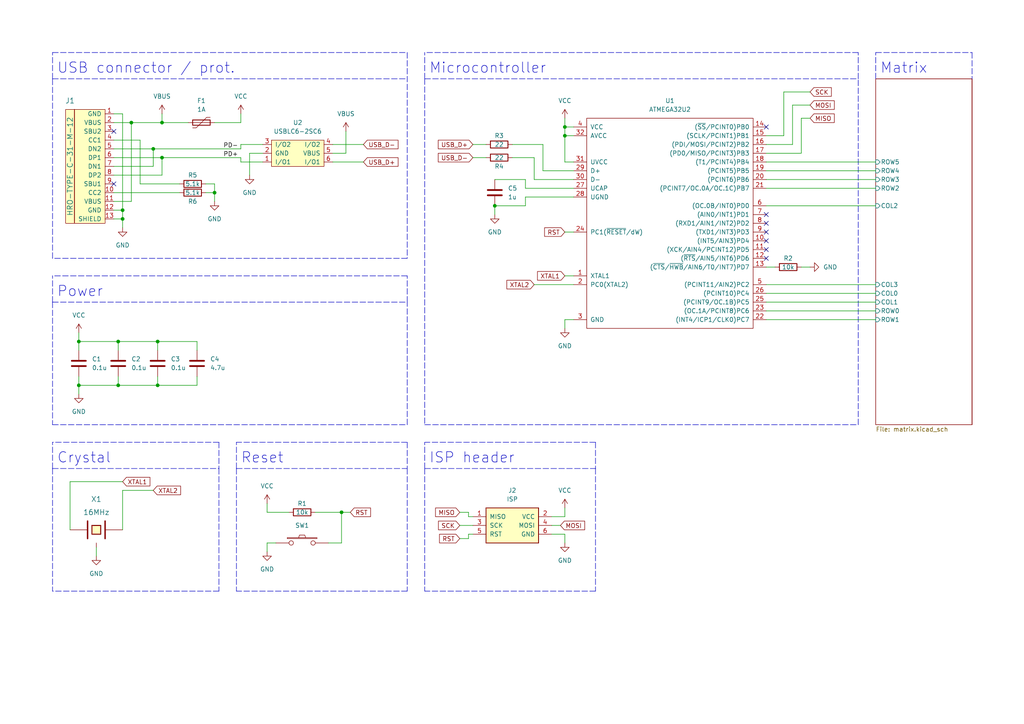
<source format=kicad_sch>
(kicad_sch (version 20211123) (generator eeschema)
  (paper "A4")
  (lib_symbols
    (symbol "Device:C" (pin_numbers hide) (pin_names (offset 0.254))
      (property "Reference" "C" (at 0.635 2.54 0))
      (property "Value" "C" (at 0.635 -2.54 0))
      (symbol "C_0_1"
        (polyline (pts (xy -2.032 -0.762) (xy 2.032 -0.762)) (stroke (width 0.508)))
        (polyline (pts (xy -2.032 0.762) (xy 2.032 0.762)) (stroke (width 0.508)))
      )
      (symbol "C_1_1"
        (pin passive line (at 0 3.81 270) (length 2.794) (name "~") (number "1"))
        (pin passive line (at 0 -3.81 90) (length 2.794) (name "~") (number "2"))
      )
    )
    (symbol "Device:Polyfuse" (pin_numbers hide) (pin_names (offset 0))
      (property "Reference" "F" (at -2.54 0 90))
      (property "Value" "Polyfuse" (at 2.54 0 90))
      (symbol "Polyfuse_0_1"
        (rectangle (start -0.762 2.54) (end 0.762 -2.54) (stroke (width 0.254)))
        (polyline (pts (xy 0 2.54) (xy 0 -2.54)))
        (polyline (pts (xy -1.524 2.54) (xy -1.524 1.524) (xy 1.524 -1.524) (xy 1.524 -2.54)))
      )
      (symbol "Polyfuse_1_1"
        (pin passive line (at 0 3.81 270) (length 1.27) (name "~") (number "1"))
        (pin passive line (at 0 -3.81 90) (length 1.27) (name "~") (number "2"))
      )
    )
    (symbol "Device:R" (pin_numbers hide) (pin_names (offset 0))
      (property "Reference" "R" (at 2.032 0 90))
      (property "Value" "R" (at 0 0 90))
      (symbol "R_0_1"
        (rectangle (start -1.016 -2.54) (end 1.016 2.54) (stroke (width 0.254)))
      )
      (symbol "R_1_1"
        (pin passive line (at 0 3.81 270) (length 1.27) (name "~") (number "1"))
        (pin passive line (at 0 -3.81 90) (length 1.27) (name "~") (number "2"))
      )
    )
    (symbol "Keeb_components:ATMEGA32U2" (pin_names (offset 1.016))
      (property "Reference" "U" (at -24.13 33.02 0))
      (property "Value" "ATMEGA32U2" (at -24.13 -33.02 0))
      (symbol "ATMEGA32U2_0_1"
        (rectangle (start -24.13 30.48) (end 24.13 -30.48))
      )
      (symbol "ATMEGA32U2_1_1"
        (pin input line (at -27.94 -15.24 0) (length 3.81) (name "XTAL1") (number "1"))
        (pin bidirectional line (at 27.94 -5.08 180) (length 3.81) (name "(INT5/AIN3)PD4") (number "10"))
        (pin bidirectional line (at 27.94 -7.62 180) (length 3.81) (name "(XCK/AIN4/PCINT12)PD5") (number "11"))
        (pin bidirectional line (at 27.94 -10.16 180) (length 3.81) (name "(~{RTS}/AIN5/INT6)PD6") (number "12"))
        (pin bidirectional line (at 27.94 -12.7 180) (length 3.81) (name "(~{CTS}/~{HWB}/AIN6/T0/INT7)PD7") (number "13"))
        (pin bidirectional line (at 27.94 27.94 180) (length 3.81) (name "(~{SS}/PCINT0)PB0") (number "14"))
        (pin bidirectional line (at 27.94 25.4 180) (length 3.81) (name "(SCLK/PCINT1)PB1") (number "15"))
        (pin bidirectional line (at 27.94 22.86 180) (length 3.81) (name "(PDI/MOSI/PCINT2)PB2") (number "16"))
        (pin bidirectional line (at 27.94 20.32 180) (length 3.81) (name "(PD0/MISO/PCINT3)PB3") (number "17"))
        (pin bidirectional line (at 27.94 17.78 180) (length 3.81) (name "(T1/PCINT4)PB4") (number "18"))
        (pin bidirectional line (at 27.94 15.24 180) (length 3.81) (name "(PCINT5)PB5") (number "19"))
        (pin bidirectional line (at -27.94 -17.78 0) (length 3.81) (name "PC0(XTAL2)") (number "2"))
        (pin bidirectional line (at 27.94 12.7 180) (length 3.81) (name "(PCINT6)PB6") (number "20"))
        (pin bidirectional line (at 27.94 10.16 180) (length 3.81) (name "(PCINT7/OC.0A/OC.1C)PB7") (number "21"))
        (pin bidirectional line (at 27.94 -27.94 180) (length 3.81) (name "(INT4/ICP1/CLK0)PC7") (number "22"))
        (pin bidirectional line (at 27.94 -25.4 180) (length 3.81) (name "(OC.1A/PCINT8)PC6") (number "23"))
        (pin bidirectional line (at -27.94 -2.54 0) (length 3.81) (name "PC1(~{RESET}/dW)") (number "24"))
        (pin bidirectional line (at 27.94 -22.86 180) (length 3.81) (name "(PCINT9/OC.1B)PC5") (number "25"))
        (pin bidirectional line (at 27.94 -20.32 180) (length 3.81) (name "(PCINT10)PC4") (number "26"))
        (pin passive line (at -27.94 10.16 0) (length 3.81) (name "UCAP") (number "27"))
        (pin power_in line (at -27.94 7.62 0) (length 3.81) (name "UGND") (number "28"))
        (pin bidirectional line (at -27.94 15.24 0) (length 3.81) (name "D+") (number "29"))
        (pin power_in line (at -27.94 -27.94 0) (length 3.81) (name "GND") (number "3"))
        (pin bidirectional line (at -27.94 12.7 0) (length 3.81) (name "D-") (number "30"))
        (pin power_in line (at -27.94 17.78 0) (length 3.81) (name "UVCC") (number "31"))
        (pin power_in line (at -27.94 25.4 0) (length 3.81) (name "AVCC") (number "32"))
        (pin power_in line (at -27.94 27.94 0) (length 3.81) (name "VCC") (number "4"))
        (pin bidirectional line (at 27.94 -17.78 180) (length 3.81) (name "(PCINT11/AIN2)PC2") (number "5"))
        (pin bidirectional line (at 27.94 5.08 180) (length 3.81) (name "(OC.0B/INT0)PD0") (number "6"))
        (pin bidirectional line (at 27.94 2.54 180) (length 3.81) (name "(AIN0/INT1)PD1") (number "7"))
        (pin bidirectional line (at 27.94 0 180) (length 3.81) (name "(RXD1/AIN1/INT2)PD2") (number "8"))
        (pin bidirectional line (at 27.94 -2.54 180) (length 3.81) (name "(TXD1/INT3)PD3") (number "9"))
      )
    )
    (symbol "Keeb_components:HRO-TYPE-C-31-M-12" (pin_names (offset 1.016))
      (property "Reference" "USB" (at -5.08 16.51 0))
      (property "Value" "HRO-TYPE-C-31-M-12" (at -10.16 -1.27 90))
      (symbol "HRO-TYPE-C-31-M-12_0_1"
        (rectangle (start -11.43 15.24) (end -8.89 -17.78) (fill (type background)))
        (rectangle (start 0 -17.78) (end -8.89 15.24) (fill (type background)))
      )
      (symbol "HRO-TYPE-C-31-M-12_1_1"
        (pin input line (at 2.54 13.97 180) (length 2.54) (name "GND") (number "1"))
        (pin input line (at 2.54 -8.89 180) (length 2.54) (name "CC2") (number "10"))
        (pin input line (at 2.54 -11.43 180) (length 2.54) (name "VBUS") (number "11"))
        (pin input line (at 2.54 -13.97 180) (length 2.54) (name "GND") (number "12"))
        (pin input line (at 2.54 -16.51 180) (length 2.54) (name "SHIELD") (number "13"))
        (pin input line (at 2.54 11.43 180) (length 2.54) (name "VBUS") (number "2"))
        (pin input line (at 2.54 8.89 180) (length 2.54) (name "SBU2") (number "3"))
        (pin input line (at 2.54 6.35 180) (length 2.54) (name "CC1") (number "4"))
        (pin input line (at 2.54 3.81 180) (length 2.54) (name "DN2") (number "5"))
        (pin input line (at 2.54 1.27 180) (length 2.54) (name "DP1") (number "6"))
        (pin input line (at 2.54 -1.27 180) (length 2.54) (name "DN1") (number "7"))
        (pin input line (at 2.54 -3.81 180) (length 2.54) (name "DP2") (number "8"))
        (pin input line (at 2.54 -6.35 180) (length 2.54) (name "SBU1") (number "9"))
      )
    )
    (symbol "Keeb_components:ISP_standard" (pin_names (offset 1.016))
      (property "Reference" "J" (at 0 6.35 0))
      (property "Value" "ISP_standard" (at 0 -6.35 0))
      (symbol "ISP_standard_1_1"
        (rectangle (start -7.62 5.08) (end 7.62 -5.08) (stroke (width 0.254)) (fill (type background)))
        (pin passive line (at -11.43 2.54 0) (length 3.81) (name "MISO") (number "1"))
        (pin passive line (at 11.43 2.54 180) (length 3.81) (name "VCC") (number "2"))
        (pin passive line (at -11.43 0 0) (length 3.81) (name "SCK") (number "3"))
        (pin passive line (at 11.43 0 180) (length 3.81) (name "MOSI") (number "4"))
        (pin passive line (at -11.43 -2.54 0) (length 3.81) (name "RST") (number "5"))
        (pin passive line (at 11.43 -2.54 180) (length 3.81) (name "GND") (number "6"))
      )
    )
    (symbol "Keeb_components:SW_PUSH" (pin_numbers hide) (pin_names (offset 1.016) hide)
      (property "Reference" "SW" (at 3.81 2.794 0))
      (property "Value" "SW_PUSH" (at 0 -2.032 0))
      (symbol "SW_PUSH_0_1"
        (rectangle (start -4.318 1.27) (end 4.318 1.524))
        (polyline (pts (xy -1.016 1.524) (xy -0.762 2.286) (xy 0.762 2.286) (xy 1.016 1.524)))
        (pin passive inverted (at -7.62 0 0) (length 5.08) (name "1") (number "1"))
        (pin passive inverted (at 7.62 0 180) (length 5.08) (name "2") (number "2"))
      )
    )
    (symbol "Keeb_components:USBLC6-2SC6" (pin_names (offset 1.016))
      (property "Reference" "D" (at -7.62 5.08 0))
      (property "Value" "USBLC6-2SC6" (at -7.62 -5.08 0))
      (symbol "USBLC6-2SC6_0_0"
        (pin passive line (at -10.16 2.54 0) (length 2.54) (name "I/O1") (number "1"))
        (pin power_in line (at -10.16 0 0) (length 2.54) (name "GND") (number "2"))
        (pin passive line (at -10.16 -2.54 0) (length 2.54) (name "I/O2") (number "3"))
        (pin passive line (at 10.16 -2.54 180) (length 2.54) (name "I/O2") (number "4"))
        (pin power_in line (at 10.16 0 180) (length 2.54) (name "VBUS") (number "5"))
        (pin passive line (at 10.16 2.54 180) (length 2.54) (name "I/O1") (number "6"))
      )
      (symbol "USBLC6-2SC6_0_1"
        (rectangle (start -7.62 3.81) (end 7.62 -3.81) (fill (type background)))
      )
    )
    (symbol "Keeb_components:XTAL_GND" (pin_numbers hide) (pin_names (offset 1.016) hide)
      (property "Reference" "X" (at 0 3.81 0))
      (property "Value" "XTAL_GND" (at 0 -3.81 0))
      (symbol "XTAL_GND_0_1"
        (polyline (pts (xy -2.54 2.54) (xy -2.54 -2.54)) (stroke (width 0.4064)))
        (polyline (pts (xy 2.54 2.54) (xy 2.54 -2.54)) (stroke (width 0.4064)))
        (polyline (pts (xy -1.27 1.27) (xy 1.27 1.27) (xy 1.27 -1.27) (xy -1.27 -1.27) (xy -1.27 1.27)) (stroke (width 0.3048)) (fill (type background)))
      )
      (symbol "XTAL_GND_1_1"
        (pin passive line (at -7.62 0 0) (length 5.08) (name "1") (number "1"))
        (pin passive line (at 7.62 0 180) (length 5.08) (name "2") (number "2"))
        (pin passive line (at 0 -5.08 90) (length 1.27) (name "~") (number "3"))
      )
    )
    (symbol "power:GND" (power) (pin_names (offset 0))
      (property "Value" "GND" (at 0 -3.81 0))
      (symbol "GND_0_1"
        (polyline (pts (xy 0 0) (xy 0 -1.27) (xy 1.27 -1.27) (xy 0 -2.54) (xy -1.27 -1.27) (xy 0 -1.27)))
      )
      (symbol "GND_1_1"
        (pin power_in line (at 0 0 270) (length 0) hide (name "GND") (number "1"))
      )
    )
    (symbol "power:VBUS" (power) (pin_names (offset 0))
      (property "Value" "VBUS" (at 0 3.81 0))
      (symbol "VBUS_0_1"
        (polyline (pts (xy -0.762 1.27) (xy 0 2.54)))
        (polyline (pts (xy 0 0) (xy 0 2.54)))
        (polyline (pts (xy 0 2.54) (xy 0.762 1.27)))
      )
      (symbol "VBUS_1_1"
        (pin power_in line (at 0 0 90) (length 0) hide (name "VBUS") (number "1"))
      )
    )
    (symbol "power:VCC" (power) (pin_names (offset 0))
      (property "Value" "VCC" (at 0 3.81 0))
      (symbol "VCC_0_1"
        (polyline (pts (xy -0.762 1.27) (xy 0 2.54)))
        (polyline (pts (xy 0 0) (xy 0 2.54)))
        (polyline (pts (xy 0 2.54) (xy 0.762 1.27)))
      )
      (symbol "VCC_1_1"
        (pin power_in line (at 0 0 90) (length 0) hide (name "VCC") (number "1"))
      )
    )
  )
  (junction (at 45.72 111.76))
  (junction (at 62.23 55.88))
  (junction (at 22.86 99.06))
  (junction (at 163.83 36.83))
  (junction (at 38.1 35.56))
  (junction (at 44.45 43.18))
  (junction (at 35.56 60.96))
  (junction (at 34.29 99.06))
  (junction (at 163.83 39.37))
  (junction (at 99.06 148.59))
  (junction (at 46.99 45.72))
  (junction (at 143.51 59.69))
  (junction (at 45.72 99.06))
  (junction (at 34.29 111.76))
  (junction (at 22.86 111.76))
  (junction (at 46.99 35.56))
  (junction (at 35.56 63.5))
  (no_connect (at 33.02 53.34))
  (no_connect (at 33.02 38.1))
  (no_connect (at 222.25 36.83))
  (no_connect (at 222.25 74.93))
  (no_connect (at 222.25 72.39))
  (no_connect (at 222.25 69.85))
  (no_connect (at 222.25 67.31))
  (no_connect (at 222.25 64.77))
  (no_connect (at 222.25 62.23))
  (wire (pts (xy 222.25 90.17) (xy 254 90.17)))
  (wire (pts (xy 69.85 43.18) (xy 69.85 41.91)))
  (wire (pts (xy 163.83 154.94) (xy 163.83 157.48)))
  (wire (pts (xy 234.95 77.47) (xy 232.41 77.47)))
  (wire (pts (xy 152.4 54.61) (xy 152.4 52.07)))
  (wire (pts (xy 35.56 33.02) (xy 35.56 60.96)))
  (wire (pts (xy 137.16 45.72) (xy 140.97 45.72)))
  (wire (pts (xy 99.06 148.59) (xy 101.6 148.59)))
  (polyline (pts (xy 123.19 135.89) (xy 123.19 128.27)))
  (wire (pts (xy 152.4 52.07) (xy 143.51 52.07)))
  (wire (pts (xy 40.64 40.64) (xy 40.64 53.34)))
  (wire (pts (xy 57.15 99.06) (xy 57.15 101.6)))
  (polyline (pts (xy 63.5 171.45) (xy 15.24 171.45)))
  (wire (pts (xy 46.99 45.72) (xy 69.85 45.72)))
  (wire (pts (xy 69.85 46.99) (xy 69.85 45.72)))
  (wire (pts (xy 96.52 46.99) (xy 105.41 46.99)))
  (polyline (pts (xy 123.19 135.89) (xy 172.72 135.89)))
  (polyline (pts (xy 68.58 135.89) (xy 68.58 128.27)))
  (wire (pts (xy 33.02 60.96) (xy 35.56 60.96)))
  (wire (pts (xy 99.06 148.59) (xy 99.06 157.48)))
  (wire (pts (xy 163.83 92.71) (xy 163.83 95.25)))
  (wire (pts (xy 34.29 111.76) (xy 45.72 111.76)))
  (wire (pts (xy 22.86 111.76) (xy 34.29 111.76)))
  (polyline (pts (xy 248.92 123.19) (xy 248.92 22.86)))
  (wire (pts (xy 229.87 30.48) (xy 234.95 30.48)))
  (wire (pts (xy 222.25 85.09) (xy 254 85.09)))
  (wire (pts (xy 157.48 49.53) (xy 166.37 49.53)))
  (wire (pts (xy 234.95 34.29) (xy 232.41 34.29)))
  (wire (pts (xy 33.02 58.42) (xy 38.1 58.42)))
  (wire (pts (xy 163.83 39.37) (xy 163.83 46.99)))
  (wire (pts (xy 137.16 149.86) (xy 135.89 149.86)))
  (polyline (pts (xy 118.11 74.93) (xy 15.24 74.93)))
  (polyline (pts (xy 172.72 171.45) (xy 123.19 171.45)))
  (polyline (pts (xy 172.72 135.89) (xy 172.72 171.45)))
  (polyline (pts (xy 123.19 135.89) (xy 123.19 171.45)))
  (wire (pts (xy 22.86 114.3) (xy 22.86 111.76)))
  (wire (pts (xy 96.52 41.91) (xy 105.41 41.91)))
  (polyline (pts (xy 118.11 15.24) (xy 118.11 74.93)))
  (polyline (pts (xy 254 22.86) (xy 254 15.24)))
  (wire (pts (xy 77.47 146.05) (xy 77.47 148.59)))
  (wire (pts (xy 69.85 33.02) (xy 69.85 35.56)))
  (wire (pts (xy 163.83 92.71) (xy 166.37 92.71)))
  (wire (pts (xy 154.94 52.07) (xy 154.94 45.72)))
  (wire (pts (xy 152.4 59.69) (xy 143.51 59.69)))
  (wire (pts (xy 77.47 157.48) (xy 77.47 160.02)))
  (wire (pts (xy 33.02 45.72) (xy 46.99 45.72)))
  (wire (pts (xy 34.29 109.22) (xy 34.29 111.76)))
  (polyline (pts (xy 15.24 22.86) (xy 118.11 22.86)))
  (wire (pts (xy 34.29 99.06) (xy 34.29 101.6)))
  (wire (pts (xy 59.69 55.88) (xy 62.23 55.88)))
  (wire (pts (xy 33.02 50.8) (xy 46.99 50.8)))
  (wire (pts (xy 163.83 46.99) (xy 166.37 46.99)))
  (wire (pts (xy 33.02 43.18) (xy 44.45 43.18)))
  (wire (pts (xy 222.25 41.91) (xy 229.87 41.91)))
  (wire (pts (xy 100.33 44.45) (xy 96.52 44.45)))
  (polyline (pts (xy 118.11 80.01) (xy 15.24 80.01)))
  (polyline (pts (xy 63.5 128.27) (xy 15.24 128.27)))
  (wire (pts (xy 154.94 52.07) (xy 166.37 52.07)))
  (wire (pts (xy 222.25 49.53) (xy 254 49.53)))
  (wire (pts (xy 222.25 87.63) (xy 254 87.63)))
  (wire (pts (xy 20.32 139.7) (xy 20.32 153.67)))
  (wire (pts (xy 45.72 109.22) (xy 45.72 111.76)))
  (polyline (pts (xy 15.24 22.86) (xy 15.24 15.24)))
  (polyline (pts (xy 123.19 22.86) (xy 123.19 15.24)))
  (polyline (pts (xy 15.24 135.89) (xy 15.24 128.27)))
  (polyline (pts (xy 15.24 87.63) (xy 118.11 87.63)))
  (wire (pts (xy 22.86 96.52) (xy 22.86 99.06)))
  (wire (pts (xy 38.1 58.42) (xy 38.1 35.56)))
  (wire (pts (xy 27.94 158.75) (xy 27.94 161.29)))
  (wire (pts (xy 163.83 149.86) (xy 163.83 147.32)))
  (wire (pts (xy 222.25 59.69) (xy 254 59.69)))
  (wire (pts (xy 229.87 41.91) (xy 229.87 30.48)))
  (wire (pts (xy 152.4 57.15) (xy 152.4 59.69)))
  (wire (pts (xy 22.86 99.06) (xy 34.29 99.06)))
  (polyline (pts (xy 118.11 171.45) (xy 68.58 171.45)))
  (wire (pts (xy 163.83 34.29) (xy 163.83 36.83)))
  (wire (pts (xy 35.56 60.96) (xy 35.56 63.5)))
  (polyline (pts (xy 15.24 135.89) (xy 63.5 135.89)))
  (polyline (pts (xy 123.19 22.86) (xy 248.92 22.86)))
  (wire (pts (xy 33.02 33.02) (xy 35.56 33.02)))
  (wire (pts (xy 91.44 148.59) (xy 99.06 148.59)))
  (wire (pts (xy 222.25 46.99) (xy 254 46.99)))
  (wire (pts (xy 163.83 36.83) (xy 163.83 39.37)))
  (wire (pts (xy 77.47 148.59) (xy 83.82 148.59)))
  (wire (pts (xy 33.02 48.26) (xy 44.45 48.26)))
  (wire (pts (xy 227.33 39.37) (xy 222.25 39.37)))
  (wire (pts (xy 35.56 139.7) (xy 20.32 139.7)))
  (polyline (pts (xy 15.24 74.93) (xy 15.24 22.86)))
  (polyline (pts (xy 123.19 123.19) (xy 248.92 123.19)))
  (wire (pts (xy 72.39 44.45) (xy 76.2 44.45)))
  (wire (pts (xy 222.25 82.55) (xy 254 82.55)))
  (wire (pts (xy 44.45 43.18) (xy 69.85 43.18)))
  (wire (pts (xy 163.83 80.01) (xy 166.37 80.01)))
  (wire (pts (xy 166.37 54.61) (xy 152.4 54.61)))
  (wire (pts (xy 160.02 154.94) (xy 163.83 154.94)))
  (polyline (pts (xy 118.11 123.19) (xy 118.11 87.63)))
  (wire (pts (xy 166.37 57.15) (xy 152.4 57.15)))
  (wire (pts (xy 69.85 41.91) (xy 76.2 41.91)))
  (wire (pts (xy 148.59 41.91) (xy 157.48 41.91)))
  (wire (pts (xy 222.25 77.47) (xy 224.79 77.47)))
  (wire (pts (xy 222.25 52.07) (xy 254 52.07)))
  (wire (pts (xy 44.45 142.24) (xy 35.56 142.24)))
  (wire (pts (xy 33.02 55.88) (xy 52.07 55.88)))
  (wire (pts (xy 34.29 99.06) (xy 45.72 99.06)))
  (wire (pts (xy 46.99 35.56) (xy 54.61 35.56)))
  (wire (pts (xy 35.56 63.5) (xy 33.02 63.5)))
  (wire (pts (xy 62.23 35.56) (xy 69.85 35.56)))
  (polyline (pts (xy 63.5 128.27) (xy 63.5 135.89)))
  (wire (pts (xy 163.83 36.83) (xy 166.37 36.83)))
  (wire (pts (xy 45.72 111.76) (xy 57.15 111.76)))
  (wire (pts (xy 160.02 149.86) (xy 163.83 149.86)))
  (polyline (pts (xy 118.11 135.89) (xy 118.11 171.45)))
  (polyline (pts (xy 15.24 15.24) (xy 118.11 15.24)))
  (wire (pts (xy 154.94 82.55) (xy 166.37 82.55)))
  (wire (pts (xy 100.33 38.1) (xy 100.33 44.45)))
  (polyline (pts (xy 118.11 87.63) (xy 118.11 80.01)))
  (polyline (pts (xy 15.24 87.63) (xy 15.24 123.19)))
  (polyline (pts (xy 172.72 128.27) (xy 172.72 135.89)))
  (wire (pts (xy 133.35 148.59) (xy 135.89 148.59)))
  (wire (pts (xy 35.56 66.04) (xy 35.56 63.5)))
  (wire (pts (xy 135.89 149.86) (xy 135.89 148.59)))
  (polyline (pts (xy 248.92 22.86) (xy 248.92 15.24)))
  (wire (pts (xy 76.2 46.99) (xy 69.85 46.99)))
  (wire (pts (xy 72.39 50.8) (xy 72.39 44.45)))
  (wire (pts (xy 45.72 99.06) (xy 57.15 99.06)))
  (wire (pts (xy 33.02 35.56) (xy 38.1 35.56)))
  (wire (pts (xy 62.23 53.34) (xy 59.69 53.34)))
  (wire (pts (xy 38.1 35.56) (xy 46.99 35.56)))
  (wire (pts (xy 45.72 99.06) (xy 45.72 101.6)))
  (wire (pts (xy 62.23 55.88) (xy 62.23 53.34)))
  (polyline (pts (xy 15.24 135.89) (xy 15.24 171.45)))
  (polyline (pts (xy 68.58 135.89) (xy 118.11 135.89)))
  (wire (pts (xy 22.86 101.6) (xy 22.86 99.06)))
  (wire (pts (xy 44.45 48.26) (xy 44.45 43.18)))
  (wire (pts (xy 222.25 54.61) (xy 254 54.61)))
  (wire (pts (xy 46.99 50.8) (xy 46.99 45.72)))
  (wire (pts (xy 148.59 45.72) (xy 154.94 45.72)))
  (wire (pts (xy 46.99 33.02) (xy 46.99 35.56)))
  (polyline (pts (xy 281.94 15.24) (xy 281.94 22.86)))
  (wire (pts (xy 222.25 44.45) (xy 232.41 44.45)))
  (polyline (pts (xy 123.19 22.86) (xy 123.19 123.19)))
  (polyline (pts (xy 63.5 135.89) (xy 63.5 171.45)))
  (wire (pts (xy 35.56 142.24) (xy 35.56 153.67)))
  (wire (pts (xy 163.83 39.37) (xy 166.37 39.37)))
  (wire (pts (xy 227.33 26.67) (xy 227.33 39.37)))
  (wire (pts (xy 33.02 40.64) (xy 40.64 40.64)))
  (polyline (pts (xy 172.72 128.27) (xy 123.19 128.27)))
  (wire (pts (xy 95.25 157.48) (xy 99.06 157.48)))
  (polyline (pts (xy 15.24 87.63) (xy 15.24 80.01)))
  (wire (pts (xy 77.47 157.48) (xy 80.01 157.48)))
  (polyline (pts (xy 118.11 128.27) (xy 68.58 128.27)))
  (wire (pts (xy 157.48 41.91) (xy 157.48 49.53)))
  (wire (pts (xy 143.51 59.69) (xy 143.51 62.23)))
  (polyline (pts (xy 15.24 123.19) (xy 118.11 123.19)))
  (wire (pts (xy 137.16 41.91) (xy 140.97 41.91)))
  (polyline (pts (xy 254 15.24) (xy 281.94 15.24)))
  (wire (pts (xy 22.86 109.22) (xy 22.86 111.76)))
  (wire (pts (xy 232.41 34.29) (xy 232.41 44.45)))
  (wire (pts (xy 40.64 53.34) (xy 52.07 53.34)))
  (wire (pts (xy 163.83 67.31) (xy 166.37 67.31)))
  (polyline (pts (xy 68.58 135.89) (xy 68.58 171.45)))
  (polyline (pts (xy 118.11 128.27) (xy 118.11 135.89)))
  (wire (pts (xy 234.95 26.67) (xy 227.33 26.67)))
  (wire (pts (xy 160.02 152.4) (xy 162.56 152.4)))
  (wire (pts (xy 137.16 154.94) (xy 135.89 154.94)))
  (wire (pts (xy 133.35 152.4) (xy 137.16 152.4)))
  (wire (pts (xy 62.23 58.42) (xy 62.23 55.88)))
  (wire (pts (xy 57.15 109.22) (xy 57.15 111.76)))
  (wire (pts (xy 222.25 92.71) (xy 254 92.71)))
  (polyline (pts (xy 248.92 15.24) (xy 123.19 15.24)))
  (wire (pts (xy 133.35 156.21) (xy 135.89 156.21)))
  (wire (pts (xy 135.89 154.94) (xy 135.89 156.21)))
  (text "Matrix" (at 255.27 21.59 0) (effects (font (size 3 3)) (justify left bottom)))
  (text "Microcontroller" (at 124.46 21.59 0) (effects (font (size 3 3)) (justify left bottom)))
  (text "Power" (at 16.51 86.36 0) (effects (font (size 3 3)) (justify left bottom)))
  (text "Reset" (at 69.85 134.62 0) (effects (font (size 3 3)) (justify left bottom)))
  (text "ISP header" (at 124.46 134.62 0) (effects (font (size 3 3)) (justify left bottom)))
  (text "Crystal" (at 16.51 134.62 0) (effects (font (size 3 3)) (justify left bottom)))
  (text "USB connector / prot." (at 16.51 21.59 0) (effects (font (size 3 3)) (justify left bottom)))
  (label "PD+" (at 64.77 45.72 0))
  (label "PD-" (at 64.77 43.18 0))
  (global_label "XTAL1" (shape input) (at 35.56 139.7 0) (property "Intersheet References" "${INTERSHEET_REFS}" (effects hide)))
  (global_label "USB_D+" (shape input) (at 137.16 41.91 180) (property "Intersheet References" "${INTERSHEET_REFS}" (effects hide)))
  (global_label "RST" (shape input) (at 163.83 67.31 180) (property "Intersheet References" "${INTERSHEET_REFS}" (effects hide)))
  (global_label "MISO" (shape input) (at 133.35 148.59 180) (property "Intersheet References" "${INTERSHEET_REFS}" (effects hide)))
  (global_label "USB_D-" (shape input) (at 105.41 41.91 0) (property "Intersheet References" "${INTERSHEET_REFS}" (effects hide)))
  (global_label "XTAL1" (shape input) (at 163.83 80.01 180) (property "Intersheet References" "${INTERSHEET_REFS}" (effects hide)))
  (global_label "USB_D-" (shape input) (at 137.16 45.72 180) (property "Intersheet References" "${INTERSHEET_REFS}" (effects hide)))
  (global_label "XTAL2" (shape input) (at 154.94 82.55 180) (property "Intersheet References" "${INTERSHEET_REFS}" (effects hide)))
  (global_label "RST" (shape input) (at 101.6 148.59 0) (property "Intersheet References" "${INTERSHEET_REFS}" (effects hide)))
  (global_label "SCK" (shape input) (at 234.95 26.67 0) (property "Intersheet References" "${INTERSHEET_REFS}" (effects hide)))
  (global_label "RST" (shape input) (at 133.35 156.21 180) (property "Intersheet References" "${INTERSHEET_REFS}" (effects hide)))
  (global_label "SCK" (shape input) (at 133.35 152.4 180) (property "Intersheet References" "${INTERSHEET_REFS}" (effects hide)))
  (global_label "MOSI" (shape input) (at 234.95 30.48 0) (property "Intersheet References" "${INTERSHEET_REFS}" (effects hide)))
  (global_label "USB_D+" (shape input) (at 105.41 46.99 0) (property "Intersheet References" "${INTERSHEET_REFS}" (effects hide)))
  (global_label "XTAL2" (shape input) (at 44.45 142.24 0) (property "Intersheet References" "${INTERSHEET_REFS}" (effects hide)))
  (global_label "MOSI" (shape input) (at 162.56 152.4 0) (property "Intersheet References" "${INTERSHEET_REFS}" (effects hide)))
  (global_label "MISO" (shape input) (at 234.95 34.29 0) (property "Intersheet References" "${INTERSHEET_REFS}" (effects hide)))
  (symbol (lib_id "power:GND") (at 35.56 66.04 0) (unit 1)
    (property "Reference" "#PWR0113" (effects hide))
    (property "Value" "GND" (at 35.56 71.12 0))
  )
  (symbol (lib_id "power:GND") (at 62.23 58.42 0) (unit 1)
    (property "Reference" "#PWR0104" (effects hide))
    (property "Value" "GND" (at 62.23 63.5 0))
  )
  (symbol (lib_id "Keeb_components:XTAL_GND") (at 27.94 153.67 0) (unit 1)
    (property "Reference" "X1" (at 27.94 144.78 0) (effects (font (size 1.524 1.524))))
    (property "Value" "16MHz" (at 27.94 148.59 0) (effects (font (size 1.524 1.524))))
    (property "Footprint" "Keeb_components:XTAL_SMD_Murata_CSTxExxV-3Pin_3.0x1.1mm" (effects hide))
    (property "Manufacturer" "Murata" (effects hide))
    (property "Part number" "CSTNE16M0V530000R0" (effects hide))
    (property "LCSC Part" "C341521" (effects hide))
  )
  (symbol (lib_id "power:VBUS") (at 100.33 38.1 0) (unit 1)
    (property "Reference" "#PWR0114" (effects hide))
    (property "Value" "VBUS" (at 100.33 33.02 0))
  )
  (symbol (lib_id "power:VCC") (at 22.86 96.52 0) (unit 1)
    (property "Reference" "#PWR0108" (effects hide))
    (property "Value" "VCC" (at 22.86 91.44 0))
  )
  (symbol (lib_id "Device:R") (at 228.6 77.47 90) (unit 1)
    (property "Reference" "R2" (at 228.6 74.93 90))
    (property "Value" "10k" (at 228.6 77.47 90))
    (property "Footprint" "Keeb_components:R_0603" (effects hide))
    (property "LCSC Part" "C25804" (effects hide))
    (property "Manufacturer" "Uniroyal Elec" (effects hide))
    (property "Part number" "0603WAF1002T5E" (effects hide))
  )
  (symbol (lib_id "power:VCC") (at 69.85 33.02 0) (unit 1)
    (property "Reference" "#PWR0107" (effects hide))
    (property "Value" "VCC" (at 69.85 27.94 0))
  )
  (symbol (lib_id "Device:C") (at 143.51 55.88 0) (unit 1)
    (property "Reference" "C5" (at 147.32 54.6099 0) (effects (justify left)))
    (property "Value" "1u" (at 147.32 57.1499 0) (effects (justify left)))
    (property "Footprint" "Keeb_components:C_0603" (effects hide))
    (property "LCSC Part" "C15849" (effects hide))
    (property "Manufacturer" "Samsung Electro-Mechanics" (effects hide))
    (property "Part number" "CL10A105KB8NNNC" (effects hide))
  )
  (symbol (lib_id "Device:R") (at 144.78 45.72 90) (mirror x) (unit 1)
    (property "Reference" "R4" (at 144.78 48.26 90))
    (property "Value" "22" (at 144.78 45.72 90))
    (property "Footprint" "Keeb_components:R_0603" (effects hide))
    (property "LCSC Part" "C23345" (effects hide))
    (property "Manufacturer" "Uniroyal Elec" (effects hide))
    (property "Part number" "0603WAF220JT5E" (effects hide))
  )
  (symbol (lib_id "power:GND") (at 234.95 77.47 90) (unit 1)
    (property "Reference" "#PWR0115" (effects hide))
    (property "Value" "GND" (at 238.76 77.4699 90) (effects (justify right)))
  )
  (symbol (lib_id "power:GND") (at 163.83 157.48 0) (unit 1)
    (property "Reference" "#PWR0117" (effects hide))
    (property "Value" "GND" (at 163.83 162.56 0))
  )
  (symbol (lib_id "Device:R") (at 144.78 41.91 90) (unit 1)
    (property "Reference" "R3" (at 144.78 39.37 90))
    (property "Value" "22" (at 144.78 41.91 90))
    (property "Footprint" "Keeb_components:R_0603" (effects hide))
    (property "LCSC Part" "C23345" (effects hide))
    (property "Manufacturer" "Uniroyal Elec" (effects hide))
    (property "Part number" "0603WAF220JT5E" (effects hide))
  )
  (symbol (lib_id "power:VCC") (at 77.47 146.05 0) (unit 1)
    (property "Reference" "#PWR0102" (effects hide))
    (property "Value" "VCC" (at 77.47 140.97 0))
  )
  (symbol (lib_id "power:VCC") (at 163.83 34.29 0) (unit 1)
    (property "Reference" "#PWR0111" (effects hide))
    (property "Value" "VCC" (at 163.83 29.21 0))
  )
  (symbol (lib_id "Device:C") (at 22.86 105.41 0) (unit 1)
    (property "Reference" "C1" (at 26.67 104.1399 0) (effects (justify left)))
    (property "Value" "0.1u" (at 26.67 106.6799 0) (effects (justify left)))
    (property "Footprint" "Keeb_components:C_0603" (effects hide))
    (property "LCSC Part" "C14663" (effects hide))
    (property "Manufacturer" "YAGEO" (effects hide))
    (property "Part number" "CC0603KRX7R9BB104" (effects hide))
  )
  (symbol (lib_id "power:GND") (at 143.51 62.23 0) (unit 1)
    (property "Reference" "#PWR0110" (effects hide))
    (property "Value" "GND" (at 143.51 67.31 0))
  )
  (symbol (lib_id "Keeb_components:SW_PUSH") (at 87.63 157.48 0) (unit 1)
    (property "Reference" "SW1" (at 87.63 152.4 0))
    (property "Value" "SW_PUSH" (effects hide))
    (property "Footprint" "Keeb_components:SWITCH_SPST_TL3342" (effects hide))
    (property "LCSC Part" "C318884" (effects hide))
    (property "Manufacturer" "XKB Connectivity" (effects hide))
    (property "Part number" "TS-1187A-B-A-B" (effects hide))
  )
  (symbol (lib_id "power:GND") (at 77.47 160.02 0) (unit 1)
    (property "Reference" "#PWR0103" (effects hide))
    (property "Value" "GND" (at 77.47 165.1 0))
  )
  (symbol (lib_id "Device:C") (at 34.29 105.41 0) (unit 1)
    (property "Reference" "C2" (at 38.1 104.1399 0) (effects (justify left)))
    (property "Value" "0.1u" (at 38.1 106.6799 0) (effects (justify left)))
    (property "Footprint" "Keeb_components:C_0603" (effects hide))
    (property "LCSC Part" "C14663" (effects hide))
    (property "Manufacturer" "YAGEO" (effects hide))
    (property "Part number" "CC0603KRX7R9BB104" (effects hide))
  )
  (symbol (lib_id "power:GND") (at 72.39 50.8 0) (unit 1)
    (property "Reference" "#PWR0106" (effects hide))
    (property "Value" "GND" (at 72.39 55.88 0))
  )
  (symbol (lib_id "Keeb_components:ATMEGA32U2") (at 194.31 64.77 0) (unit 1)
    (property "Reference" "U1" (at 194.31 29.21 0))
    (property "Value" "ATMEGA32U2" (at 194.31 31.75 0))
    (property "Footprint" "Keeb_components:MCU_ATMEGA32U2-AU" (effects hide))
  )
  (symbol (lib_id "power:GND") (at 27.94 161.29 0) (unit 1)
    (property "Reference" "#PWR0101" (effects hide))
    (property "Value" "GND" (at 27.94 166.37 0))
  )
  (symbol (lib_id "power:VCC") (at 163.83 147.32 0) (unit 1)
    (property "Reference" "#PWR0116" (effects hide))
    (property "Value" "VCC" (at 163.83 142.24 0))
  )
  (symbol (lib_id "power:GND") (at 22.86 114.3 0) (unit 1)
    (property "Reference" "#PWR0109" (effects hide))
    (property "Value" "GND" (at 22.86 119.38 0))
  )
  (symbol (lib_id "Device:R") (at 87.63 148.59 90) (unit 1)
    (property "Reference" "R1" (at 87.63 146.05 90))
    (property "Value" "10k" (at 87.63 148.59 90))
    (property "Footprint" "Keeb_components:R_0603" (effects hide))
    (property "LCSC Part" "C25804" (effects hide))
    (property "Manufacturer" "Uniroyal Elec" (effects hide))
    (property "Part number" "0603WAF1002T5E" (effects hide))
  )
  (symbol (lib_id "Keeb_components:USBLC6-2SC6") (at 86.36 44.45 0) (mirror x) (unit 1)
    (property "Reference" "U2" (at 86.36 35.56 0))
    (property "Value" "USBLC6-2SC6" (at 86.36 38.1 0))
    (property "Footprint" "Keeb_components:PACKAGE_SOT-23-6" (effects hide))
    (property "LCSC Part" "C7519" (effects hide))
    (property "Manufacturer" "STMicroelectronics" (effects hide))
    (property "Part number" "USBLC6-2SC6" (effects hide))
  )
  (symbol (lib_id "power:GND") (at 163.83 95.25 0) (unit 1)
    (property "Reference" "#PWR0112" (effects hide))
    (property "Value" "GND" (at 163.83 100.33 0))
  )
  (symbol (lib_id "Keeb_components:HRO-TYPE-C-31-M-12") (at 30.48 46.99 0) (unit 1)
    (property "Reference" "J1" (at 20.32 29.21 0) (effects (font (size 1.524 1.524))))
    (property "Value" "HRO-TYPE-C-31-M-12" (at 20.32 48.26 90) (effects (font (size 1.524 1.524))))
    (property "Footprint" "Keeb_components:CONN_HRO-TYPE-C-31-M-12" (effects hide))
    (property "LCSC Part" "C165948" (effects hide))
    (property "Manufacturer" "Korean Hroparts Elec" (effects hide))
    (property "Part number" "TYPE-C-31-M-12" (effects hide))
  )
  (symbol (lib_id "Device:R") (at 55.88 55.88 90) (mirror x) (unit 1)
    (property "Reference" "R6" (at 55.88 58.42 90))
    (property "Value" "5.1k" (at 55.88 55.88 90))
    (property "Footprint" "Keeb_components:R_0603" (effects hide))
    (property "LCSC Part" "C23186" (effects hide))
    (property "Manufacturer" "Uniroyal Elec" (effects hide))
    (property "Part number" "0603WAF5101T5E" (effects hide))
  )
  (symbol (lib_id "Keeb_components:ISP_standard") (at 148.59 152.4 0) (unit 1)
    (property "Reference" "J2" (at 148.59 142.24 0))
    (property "Value" "ISP" (at 148.59 144.78 0))
    (property "Footprint" "Keeb_components:CONN_isp_standard" (effects hide))
    (property "JLCPCB BOM" "0" (effects hide))
  )
  (symbol (lib_id "Device:C") (at 45.72 105.41 0) (unit 1)
    (property "Reference" "C3" (at 49.53 104.1399 0) (effects (justify left)))
    (property "Value" "0.1u" (at 49.53 106.6799 0) (effects (justify left)))
    (property "Footprint" "Keeb_components:C_0603" (effects hide))
    (property "LCSC Part" "C14663" (effects hide))
    (property "Manufacturer" "YAGEO" (effects hide))
    (property "Part number" "CC0603KRX7R9BB104" (effects hide))
  )
  (symbol (lib_id "Device:Polyfuse") (at 58.42 35.56 90) (unit 1)
    (property "Reference" "F1" (at 58.42 29.21 90))
    (property "Value" "1A" (at 58.42 31.75 90))
    (property "Footprint" "Keeb_components:R_0805" (effects hide))
    (property "LCSC Part" "C261942" (effects hide))
    (property "Manufacturer" "TLC Electronic" (effects hide))
    (property "Part number" "TLC-PSMD050" (effects hide))
  )
  (symbol (lib_id "power:VBUS") (at 46.99 33.02 0) (unit 1)
    (property "Reference" "#PWR0105" (effects hide))
    (property "Value" "VBUS" (at 46.99 27.94 0))
  )
  (symbol (lib_id "Device:R") (at 55.88 53.34 90) (unit 1)
    (property "Reference" "R5" (at 55.88 50.8 90))
    (property "Value" "5.1k" (at 55.88 53.34 90))
    (property "Footprint" "Keeb_components:R_0603" (effects hide))
    (property "LCSC Part" "C23186" (effects hide))
    (property "Manufacturer" "Uniroyal Elec" (effects hide))
    (property "Part number" "0603WAF5101T5E" (effects hide))
  )
  (symbol (lib_id "Device:C") (at 57.15 105.41 0) (unit 1)
    (property "Reference" "C4" (at 60.96 104.1399 0) (effects (justify left)))
    (property "Value" "4.7u" (at 60.96 106.6799 0) (effects (justify left)))
    (property "Footprint" "Keeb_components:C_0603" (effects hide))
    (property "LCSC Part" "C19666" (effects hide))
    (property "Manufacturer" "Samsung Electro-Mechanics" (effects hide))
    (property "Part number" "CL10A475KO8NNNC" (effects hide))
  )
  (sheet (at 254 22.86) (size 27.94 100.33) (stroke (width 0.1524))
    (property "Sheet name" "Matrix" (effects hide))
    (property "Sheet file" "matrix.kicad_sch" (at 254 123.7746 0) (effects (justify left top)))
    (pin "COL0" input (at 254 85.09 180))
    (pin "COL1" input (at 254 87.63 180))
    (pin "COL2" input (at 254 59.69 180))
    (pin "COL3" input (at 254 82.55 180))
    (pin "ROW4" input (at 254 49.53 180))
    (pin "ROW3" input (at 254 52.07 180))
    (pin "ROW1" input (at 254 92.71 180))
    (pin "ROW2" input (at 254 54.61 180))
    (pin "ROW0" input (at 254 90.17 180))
    (pin "ROW5" input (at 254 46.99 180))
  )
)
</source>
